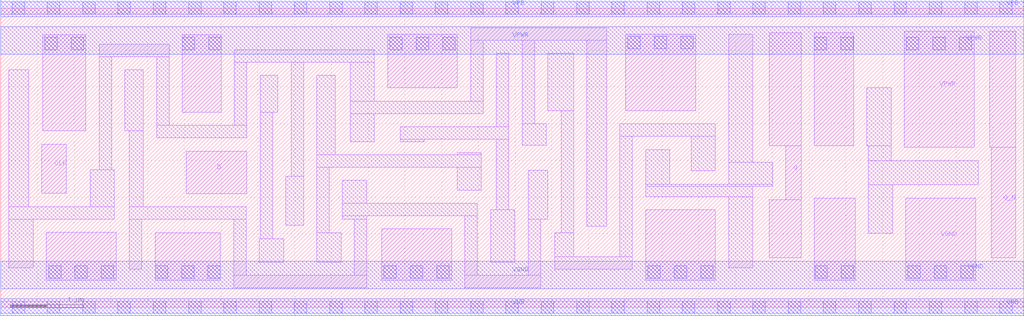
<source format=lef>
# Copyright 2020 The SkyWater PDK Authors
#
# Licensed under the Apache License, Version 2.0 (the "License");
# you may not use this file except in compliance with the License.
# You may obtain a copy of the License at
#
#     https://www.apache.org/licenses/LICENSE-2.0
#
# Unless required by applicable law or agreed to in writing, software
# distributed under the License is distributed on an "AS IS" BASIS,
# WITHOUT WARRANTIES OR CONDITIONS OF ANY KIND, either express or implied.
# See the License for the specific language governing permissions and
# limitations under the License.
#
# SPDX-License-Identifier: Apache-2.0

VERSION 5.7 ;
  NAMESCASESENSITIVE ON ;
  NOWIREEXTENSIONATPIN ON ;
  DIVIDERCHAR "/" ;
  BUSBITCHARS "[]" ;
UNITS
  DATABASE MICRONS 200 ;
END UNITS
MACRO sky130_fd_sc_hvl__dfxbp_1
  CLASS CORE ;
  SOURCE USER ;
  FOREIGN sky130_fd_sc_hvl__dfxbp_1 ;
  ORIGIN  0.000000  0.000000 ;
  SIZE  13.92000 BY  4.070000 ;
  SYMMETRY X Y ;
  SITE unithv ;
  PIN D
    ANTENNAGATEAREA  0.420000 ;
    DIRECTION INPUT ;
    USE SIGNAL ;
    PORT
      LAYER li1 ;
        RECT 2.525000 1.545000 3.350000 2.125000 ;
    END
  END D
  PIN Q
    ANTENNADIFFAREA  0.596250 ;
    DIRECTION OUTPUT ;
    USE SIGNAL ;
    PORT
      LAYER li1 ;
        RECT 10.455000 0.675000 10.890000 1.465000 ;
        RECT 10.455000 2.195000 10.890000 3.735000 ;
        RECT 10.685000 1.465000 10.890000 2.195000 ;
    END
  END Q
  PIN Q_N
    ANTENNADIFFAREA  0.626250 ;
    DIRECTION OUTPUT ;
    USE SIGNAL ;
    PORT
      LAYER li1 ;
        RECT 13.460000 2.175000 13.810000 3.755000 ;
        RECT 13.480000 0.675000 13.810000 2.175000 ;
    END
  END Q_N
  PIN CLK
    ANTENNAGATEAREA  0.585000 ;
    DIRECTION INPUT ;
    USE CLOCK ;
    PORT
      LAYER li1 ;
        RECT 0.560000 1.550000 0.890000 2.220000 ;
    END
  END CLK
  PIN VGND
    DIRECTION INOUT ;
    USE GROUND ;
    PORT
      LAYER li1 ;
        RECT  0.620000 0.365000  1.570000 1.020000 ;
        RECT  2.100000 0.365000  2.990000 1.015000 ;
        RECT  5.185000 0.365000  6.135000 1.065000 ;
        RECT  8.775000 0.365000  9.725000 1.325000 ;
        RECT 11.070000 0.365000 11.625000 1.485000 ;
        RECT 12.315000 0.365000 13.265000 1.485000 ;
      LAYER mcon ;
        RECT  0.650000 0.395000  0.820000 0.565000 ;
        RECT  1.010000 0.395000  1.180000 0.565000 ;
        RECT  1.370000 0.395000  1.540000 0.565000 ;
        RECT  2.100000 0.395000  2.270000 0.565000 ;
        RECT  2.460000 0.395000  2.630000 0.565000 ;
        RECT  2.820000 0.395000  2.990000 0.565000 ;
        RECT  5.215000 0.395000  5.385000 0.565000 ;
        RECT  5.575000 0.395000  5.745000 0.565000 ;
        RECT  5.935000 0.395000  6.105000 0.565000 ;
        RECT  8.805000 0.395000  8.975000 0.565000 ;
        RECT  9.165000 0.395000  9.335000 0.565000 ;
        RECT  9.525000 0.395000  9.695000 0.565000 ;
        RECT 11.080000 0.395000 11.250000 0.565000 ;
        RECT 11.440000 0.395000 11.610000 0.565000 ;
        RECT 12.345000 0.395000 12.515000 0.565000 ;
        RECT 12.705000 0.395000 12.875000 0.565000 ;
        RECT 13.065000 0.395000 13.235000 0.565000 ;
      LAYER met1 ;
        RECT 0.000000 0.255000 13.920000 0.625000 ;
    END
  END VGND
  PIN VNB
    DIRECTION INOUT ;
    USE GROUND ;
    PORT
      LAYER li1 ;
        RECT 0.000000 -0.085000 13.920000 0.085000 ;
      LAYER mcon ;
        RECT  0.155000 -0.085000  0.325000 0.085000 ;
        RECT  0.635000 -0.085000  0.805000 0.085000 ;
        RECT  1.115000 -0.085000  1.285000 0.085000 ;
        RECT  1.595000 -0.085000  1.765000 0.085000 ;
        RECT  2.075000 -0.085000  2.245000 0.085000 ;
        RECT  2.555000 -0.085000  2.725000 0.085000 ;
        RECT  3.035000 -0.085000  3.205000 0.085000 ;
        RECT  3.515000 -0.085000  3.685000 0.085000 ;
        RECT  3.995000 -0.085000  4.165000 0.085000 ;
        RECT  4.475000 -0.085000  4.645000 0.085000 ;
        RECT  4.955000 -0.085000  5.125000 0.085000 ;
        RECT  5.435000 -0.085000  5.605000 0.085000 ;
        RECT  5.915000 -0.085000  6.085000 0.085000 ;
        RECT  6.395000 -0.085000  6.565000 0.085000 ;
        RECT  6.875000 -0.085000  7.045000 0.085000 ;
        RECT  7.355000 -0.085000  7.525000 0.085000 ;
        RECT  7.835000 -0.085000  8.005000 0.085000 ;
        RECT  8.315000 -0.085000  8.485000 0.085000 ;
        RECT  8.795000 -0.085000  8.965000 0.085000 ;
        RECT  9.275000 -0.085000  9.445000 0.085000 ;
        RECT  9.755000 -0.085000  9.925000 0.085000 ;
        RECT 10.235000 -0.085000 10.405000 0.085000 ;
        RECT 10.715000 -0.085000 10.885000 0.085000 ;
        RECT 11.195000 -0.085000 11.365000 0.085000 ;
        RECT 11.675000 -0.085000 11.845000 0.085000 ;
        RECT 12.155000 -0.085000 12.325000 0.085000 ;
        RECT 12.635000 -0.085000 12.805000 0.085000 ;
        RECT 13.115000 -0.085000 13.285000 0.085000 ;
        RECT 13.595000 -0.085000 13.765000 0.085000 ;
      LAYER met1 ;
        RECT 0.000000 -0.115000 13.920000 0.115000 ;
    END
  END VNB
  PIN VPB
    DIRECTION INOUT ;
    USE POWER ;
    PORT
      LAYER li1 ;
        RECT 0.000000 3.985000 13.920000 4.155000 ;
      LAYER mcon ;
        RECT  0.155000 3.985000  0.325000 4.155000 ;
        RECT  0.635000 3.985000  0.805000 4.155000 ;
        RECT  1.115000 3.985000  1.285000 4.155000 ;
        RECT  1.595000 3.985000  1.765000 4.155000 ;
        RECT  2.075000 3.985000  2.245000 4.155000 ;
        RECT  2.555000 3.985000  2.725000 4.155000 ;
        RECT  3.035000 3.985000  3.205000 4.155000 ;
        RECT  3.515000 3.985000  3.685000 4.155000 ;
        RECT  3.995000 3.985000  4.165000 4.155000 ;
        RECT  4.475000 3.985000  4.645000 4.155000 ;
        RECT  4.955000 3.985000  5.125000 4.155000 ;
        RECT  5.435000 3.985000  5.605000 4.155000 ;
        RECT  5.915000 3.985000  6.085000 4.155000 ;
        RECT  6.395000 3.985000  6.565000 4.155000 ;
        RECT  6.875000 3.985000  7.045000 4.155000 ;
        RECT  7.355000 3.985000  7.525000 4.155000 ;
        RECT  7.835000 3.985000  8.005000 4.155000 ;
        RECT  8.315000 3.985000  8.485000 4.155000 ;
        RECT  8.795000 3.985000  8.965000 4.155000 ;
        RECT  9.275000 3.985000  9.445000 4.155000 ;
        RECT  9.755000 3.985000  9.925000 4.155000 ;
        RECT 10.235000 3.985000 10.405000 4.155000 ;
        RECT 10.715000 3.985000 10.885000 4.155000 ;
        RECT 11.195000 3.985000 11.365000 4.155000 ;
        RECT 11.675000 3.985000 11.845000 4.155000 ;
        RECT 12.155000 3.985000 12.325000 4.155000 ;
        RECT 12.635000 3.985000 12.805000 4.155000 ;
        RECT 13.115000 3.985000 13.285000 4.155000 ;
        RECT 13.595000 3.985000 13.765000 4.155000 ;
      LAYER met1 ;
        RECT 0.000000 3.955000 13.920000 4.185000 ;
    END
  END VPB
  PIN VPWR
    DIRECTION INOUT ;
    USE POWER ;
    PORT
      LAYER li1 ;
        RECT  0.570000 2.400000  1.160000 3.705000 ;
        RECT  2.470000 2.655000  3.000000 3.705000 ;
        RECT  5.265000 2.985000  6.215000 3.715000 ;
        RECT  8.505000 2.675000  9.455000 3.715000 ;
        RECT 11.070000 2.195000 11.605000 3.735000 ;
        RECT 12.295000 2.175000 13.245000 3.755000 ;
      LAYER mcon ;
        RECT  0.600000 3.505000  0.770000 3.675000 ;
        RECT  0.960000 3.505000  1.130000 3.675000 ;
        RECT  2.470000 3.505000  2.640000 3.675000 ;
        RECT  2.830000 3.505000  3.000000 3.675000 ;
        RECT  5.295000 3.505000  5.465000 3.675000 ;
        RECT  5.655000 3.505000  5.825000 3.675000 ;
        RECT  6.015000 3.505000  6.185000 3.675000 ;
        RECT  8.535000 3.515000  8.705000 3.685000 ;
        RECT  8.895000 3.515000  9.065000 3.685000 ;
        RECT  9.255000 3.515000  9.425000 3.685000 ;
        RECT 11.070000 3.505000 11.240000 3.675000 ;
        RECT 11.430000 3.505000 11.600000 3.675000 ;
        RECT 12.325000 3.505000 12.495000 3.675000 ;
        RECT 12.685000 3.505000 12.855000 3.675000 ;
        RECT 13.045000 3.505000 13.215000 3.675000 ;
      LAYER met1 ;
        RECT 0.000000 3.445000 13.920000 3.815000 ;
    END
  END VPWR
  OBS
    LAYER li1 ;
      RECT  0.110000 0.540000  0.440000 1.200000 ;
      RECT  0.110000 1.200000  1.545000 1.370000 ;
      RECT  0.110000 1.370000  0.380000 3.230000 ;
      RECT  1.215000 1.370000  1.545000 1.870000 ;
      RECT  1.340000 1.870000  1.510000 3.410000 ;
      RECT  1.340000 3.410000  2.290000 3.580000 ;
      RECT  1.690000 2.400000  1.940000 3.230000 ;
      RECT  1.750000 0.520000  1.920000 1.195000 ;
      RECT  1.750000 1.195000  3.340000 1.365000 ;
      RECT  1.750000 1.365000  1.940000 2.400000 ;
      RECT  2.120000 2.305000  3.350000 2.475000 ;
      RECT  2.120000 2.475000  2.290000 3.410000 ;
      RECT  3.170000 0.265000  4.980000 0.435000 ;
      RECT  3.170000 0.435000  3.340000 1.195000 ;
      RECT  3.180000 2.475000  3.350000 3.335000 ;
      RECT  3.180000 3.335000  5.085000 3.505000 ;
      RECT  3.520000 0.615000  3.850000 0.935000 ;
      RECT  3.530000 0.935000  3.700000 2.655000 ;
      RECT  3.530000 2.655000  3.770000 3.155000 ;
      RECT  3.880000 1.115000  4.120000 1.785000 ;
      RECT  3.950000 1.785000  4.120000 3.335000 ;
      RECT  4.300000 0.615000  4.630000 1.015000 ;
      RECT  4.300000 1.015000  4.470000 1.905000 ;
      RECT  4.300000 1.905000  6.540000 2.075000 ;
      RECT  4.300000 2.075000  4.550000 3.155000 ;
      RECT  4.650000 1.195000  4.980000 1.245000 ;
      RECT  4.650000 1.245000  6.485000 1.415000 ;
      RECT  4.650000 1.415000  4.980000 1.725000 ;
      RECT  4.755000 2.255000  5.085000 2.635000 ;
      RECT  4.755000 2.635000  6.565000 2.805000 ;
      RECT  4.755000 2.805000  5.085000 3.335000 ;
      RECT  4.810000 0.435000  4.980000 1.195000 ;
      RECT  5.435000 2.255000  5.765000 2.285000 ;
      RECT  5.435000 2.285000  6.915000 2.455000 ;
      RECT  6.210000 1.595000  6.540000 1.905000 ;
      RECT  6.210000 2.075000  6.540000 2.105000 ;
      RECT  6.315000 0.265000  7.345000 0.435000 ;
      RECT  6.315000 0.435000  6.485000 1.245000 ;
      RECT  6.395000 2.805000  6.565000 3.635000 ;
      RECT  6.395000 3.635000  8.245000 3.805000 ;
      RECT  6.665000 0.615000  6.995000 1.325000 ;
      RECT  6.745000 1.325000  6.915000 2.285000 ;
      RECT  6.745000 2.455000  6.915000 3.455000 ;
      RECT  7.095000 2.205000  7.425000 2.495000 ;
      RECT  7.095000 2.495000  7.265000 3.635000 ;
      RECT  7.175000 0.435000  7.345000 1.195000 ;
      RECT  7.175000 1.195000  7.445000 1.865000 ;
      RECT  7.445000 2.675000  7.795000 3.455000 ;
      RECT  7.540000 0.515000  8.595000 0.685000 ;
      RECT  7.540000 0.685000  7.795000 1.015000 ;
      RECT  7.625000 1.015000  7.795000 2.675000 ;
      RECT  7.975000 1.105000  8.245000 3.635000 ;
      RECT  8.425000 0.685000  8.595000 2.325000 ;
      RECT  8.425000 2.325000  9.725000 2.495000 ;
      RECT  8.775000 1.505000 10.235000 1.645000 ;
      RECT  8.775000 1.645000 10.505000 1.675000 ;
      RECT  8.775000 1.675000  9.105000 2.145000 ;
      RECT  9.395000 1.855000  9.725000 2.325000 ;
      RECT  9.905000 0.535000 10.235000 1.505000 ;
      RECT  9.905000 1.675000 10.505000 1.975000 ;
      RECT  9.905000 1.975000 10.235000 3.715000 ;
      RECT 11.785000 2.195000 12.115000 2.985000 ;
      RECT 11.805000 1.005000 12.135000 1.665000 ;
      RECT 11.805000 1.665000 13.300000 1.995000 ;
      RECT 11.805000 1.995000 12.115000 2.195000 ;
  END
END sky130_fd_sc_hvl__dfxbp_1

</source>
